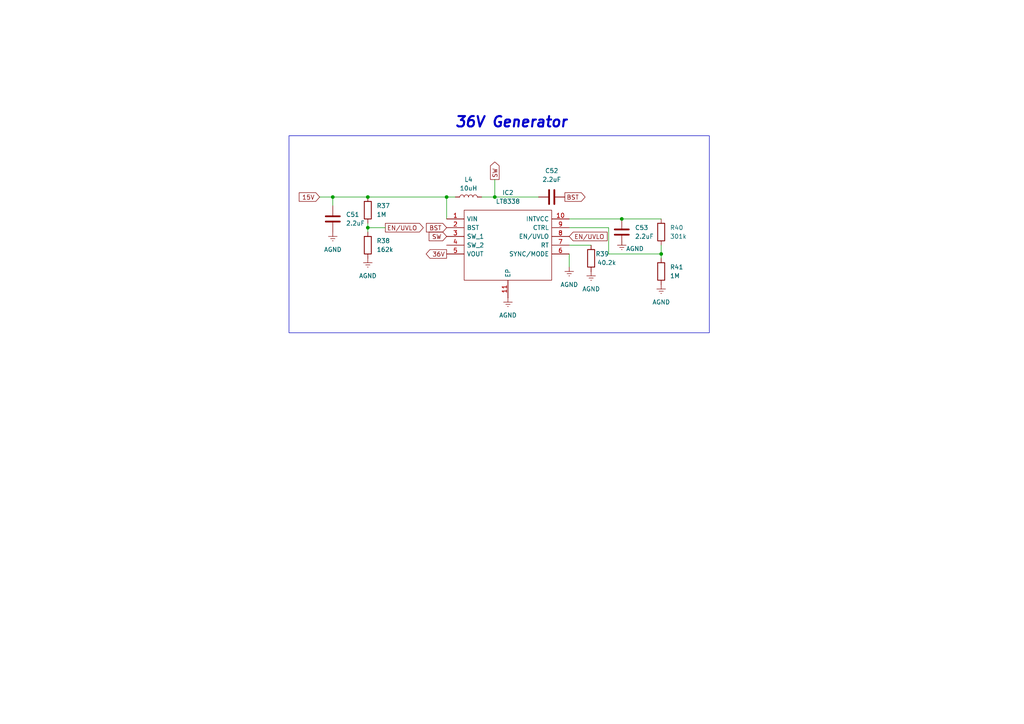
<source format=kicad_sch>
(kicad_sch
	(version 20231120)
	(generator "eeschema")
	(generator_version "8.0")
	(uuid "2b16cd04-988f-478a-8d1d-a3df4d9ab2d0")
	(paper "A4")
	(title_block
		(company "Michael Meyers")
	)
	(lib_symbols
		(symbol "Device:C"
			(pin_numbers hide)
			(pin_names
				(offset 0.254)
			)
			(exclude_from_sim no)
			(in_bom yes)
			(on_board yes)
			(property "Reference" "C"
				(at 0.635 2.54 0)
				(effects
					(font
						(size 1.27 1.27)
					)
					(justify left)
				)
			)
			(property "Value" "C"
				(at 0.635 -2.54 0)
				(effects
					(font
						(size 1.27 1.27)
					)
					(justify left)
				)
			)
			(property "Footprint" ""
				(at 0.9652 -3.81 0)
				(effects
					(font
						(size 1.27 1.27)
					)
					(hide yes)
				)
			)
			(property "Datasheet" "~"
				(at 0 0 0)
				(effects
					(font
						(size 1.27 1.27)
					)
					(hide yes)
				)
			)
			(property "Description" "Unpolarized capacitor"
				(at 0 0 0)
				(effects
					(font
						(size 1.27 1.27)
					)
					(hide yes)
				)
			)
			(property "ki_keywords" "cap capacitor"
				(at 0 0 0)
				(effects
					(font
						(size 1.27 1.27)
					)
					(hide yes)
				)
			)
			(property "ki_fp_filters" "C_*"
				(at 0 0 0)
				(effects
					(font
						(size 1.27 1.27)
					)
					(hide yes)
				)
			)
			(symbol "C_0_1"
				(polyline
					(pts
						(xy -2.032 -0.762) (xy 2.032 -0.762)
					)
					(stroke
						(width 0.508)
						(type default)
					)
					(fill
						(type none)
					)
				)
				(polyline
					(pts
						(xy -2.032 0.762) (xy 2.032 0.762)
					)
					(stroke
						(width 0.508)
						(type default)
					)
					(fill
						(type none)
					)
				)
			)
			(symbol "C_1_1"
				(pin passive line
					(at 0 3.81 270)
					(length 2.794)
					(name "~"
						(effects
							(font
								(size 1.27 1.27)
							)
						)
					)
					(number "1"
						(effects
							(font
								(size 1.27 1.27)
							)
						)
					)
				)
				(pin passive line
					(at 0 -3.81 90)
					(length 2.794)
					(name "~"
						(effects
							(font
								(size 1.27 1.27)
							)
						)
					)
					(number "2"
						(effects
							(font
								(size 1.27 1.27)
							)
						)
					)
				)
			)
		)
		(symbol "Device:L"
			(pin_numbers hide)
			(pin_names
				(offset 1.016) hide)
			(exclude_from_sim no)
			(in_bom yes)
			(on_board yes)
			(property "Reference" "L"
				(at -1.27 0 90)
				(effects
					(font
						(size 1.27 1.27)
					)
				)
			)
			(property "Value" "L"
				(at 1.905 0 90)
				(effects
					(font
						(size 1.27 1.27)
					)
				)
			)
			(property "Footprint" ""
				(at 0 0 0)
				(effects
					(font
						(size 1.27 1.27)
					)
					(hide yes)
				)
			)
			(property "Datasheet" "~"
				(at 0 0 0)
				(effects
					(font
						(size 1.27 1.27)
					)
					(hide yes)
				)
			)
			(property "Description" "Inductor"
				(at 0 0 0)
				(effects
					(font
						(size 1.27 1.27)
					)
					(hide yes)
				)
			)
			(property "ki_keywords" "inductor choke coil reactor magnetic"
				(at 0 0 0)
				(effects
					(font
						(size 1.27 1.27)
					)
					(hide yes)
				)
			)
			(property "ki_fp_filters" "Choke_* *Coil* Inductor_* L_*"
				(at 0 0 0)
				(effects
					(font
						(size 1.27 1.27)
					)
					(hide yes)
				)
			)
			(symbol "L_0_1"
				(arc
					(start 0 -2.54)
					(mid 0.6323 -1.905)
					(end 0 -1.27)
					(stroke
						(width 0)
						(type default)
					)
					(fill
						(type none)
					)
				)
				(arc
					(start 0 -1.27)
					(mid 0.6323 -0.635)
					(end 0 0)
					(stroke
						(width 0)
						(type default)
					)
					(fill
						(type none)
					)
				)
				(arc
					(start 0 0)
					(mid 0.6323 0.635)
					(end 0 1.27)
					(stroke
						(width 0)
						(type default)
					)
					(fill
						(type none)
					)
				)
				(arc
					(start 0 1.27)
					(mid 0.6323 1.905)
					(end 0 2.54)
					(stroke
						(width 0)
						(type default)
					)
					(fill
						(type none)
					)
				)
			)
			(symbol "L_1_1"
				(pin passive line
					(at 0 3.81 270)
					(length 1.27)
					(name "1"
						(effects
							(font
								(size 1.27 1.27)
							)
						)
					)
					(number "1"
						(effects
							(font
								(size 1.27 1.27)
							)
						)
					)
				)
				(pin passive line
					(at 0 -3.81 90)
					(length 1.27)
					(name "2"
						(effects
							(font
								(size 1.27 1.27)
							)
						)
					)
					(number "2"
						(effects
							(font
								(size 1.27 1.27)
							)
						)
					)
				)
			)
		)
		(symbol "Device:R"
			(pin_numbers hide)
			(pin_names
				(offset 0)
			)
			(exclude_from_sim no)
			(in_bom yes)
			(on_board yes)
			(property "Reference" "R"
				(at 2.032 0 90)
				(effects
					(font
						(size 1.27 1.27)
					)
				)
			)
			(property "Value" "R"
				(at 0 0 90)
				(effects
					(font
						(size 1.27 1.27)
					)
				)
			)
			(property "Footprint" ""
				(at -1.778 0 90)
				(effects
					(font
						(size 1.27 1.27)
					)
					(hide yes)
				)
			)
			(property "Datasheet" "~"
				(at 0 0 0)
				(effects
					(font
						(size 1.27 1.27)
					)
					(hide yes)
				)
			)
			(property "Description" "Resistor"
				(at 0 0 0)
				(effects
					(font
						(size 1.27 1.27)
					)
					(hide yes)
				)
			)
			(property "ki_keywords" "R res resistor"
				(at 0 0 0)
				(effects
					(font
						(size 1.27 1.27)
					)
					(hide yes)
				)
			)
			(property "ki_fp_filters" "R_*"
				(at 0 0 0)
				(effects
					(font
						(size 1.27 1.27)
					)
					(hide yes)
				)
			)
			(symbol "R_0_1"
				(rectangle
					(start -1.016 -2.54)
					(end 1.016 2.54)
					(stroke
						(width 0.254)
						(type default)
					)
					(fill
						(type none)
					)
				)
			)
			(symbol "R_1_1"
				(pin passive line
					(at 0 3.81 270)
					(length 1.27)
					(name "~"
						(effects
							(font
								(size 1.27 1.27)
							)
						)
					)
					(number "1"
						(effects
							(font
								(size 1.27 1.27)
							)
						)
					)
				)
				(pin passive line
					(at 0 -3.81 90)
					(length 1.27)
					(name "~"
						(effects
							(font
								(size 1.27 1.27)
							)
						)
					)
					(number "2"
						(effects
							(font
								(size 1.27 1.27)
							)
						)
					)
				)
			)
		)
		(symbol "SamacSys_Parts:lt8338"
			(pin_names
				(offset 0.762)
			)
			(exclude_from_sim no)
			(in_bom yes)
			(on_board yes)
			(property "Reference" "IC"
				(at 31.75 7.62 0)
				(effects
					(font
						(size 1.27 1.27)
					)
					(justify left)
				)
			)
			(property "Value" "lt8338"
				(at 31.75 5.08 0)
				(effects
					(font
						(size 1.27 1.27)
					)
					(justify left)
				)
			)
			(property "Footprint" "SOP50P490X110-11N"
				(at 31.75 2.54 0)
				(effects
					(font
						(size 1.27 1.27)
					)
					(justify left)
					(hide yes)
				)
			)
			(property "Datasheet" "https://www.analog.com/media/en/technical-documentation/data-sheets/lt8338.pdf"
				(at 31.75 0 0)
				(effects
					(font
						(size 1.27 1.27)
					)
					(justify left)
					(hide yes)
				)
			)
			(property "Description" "Wide Input Voltage Range: 3.0V to 40V"
				(at 0 0 0)
				(effects
					(font
						(size 1.27 1.27)
					)
					(hide yes)
				)
			)
			(property "Description_1" "Wide Input Voltage Range: 3.0V to 40V"
				(at 31.75 -2.54 0)
				(effects
					(font
						(size 1.27 1.27)
					)
					(justify left)
					(hide yes)
				)
			)
			(property "Height" "1.1"
				(at 31.75 -5.08 0)
				(effects
					(font
						(size 1.27 1.27)
					)
					(justify left)
					(hide yes)
				)
			)
			(property "Manufacturer_Name" "Analog Devices"
				(at 31.75 -7.62 0)
				(effects
					(font
						(size 1.27 1.27)
					)
					(justify left)
					(hide yes)
				)
			)
			(property "Manufacturer_Part_Number" "lt8338"
				(at 31.75 -10.16 0)
				(effects
					(font
						(size 1.27 1.27)
					)
					(justify left)
					(hide yes)
				)
			)
			(property "Mouser Part Number" "N/A"
				(at 31.75 -12.7 0)
				(effects
					(font
						(size 1.27 1.27)
					)
					(justify left)
					(hide yes)
				)
			)
			(property "Mouser Price/Stock" "https://www.mouser.co.uk/ProductDetail/Analog-Devices/LT8338?qs=Imq1NPwxi76sIOAVJWs6LA%3D%3D"
				(at 31.75 -15.24 0)
				(effects
					(font
						(size 1.27 1.27)
					)
					(justify left)
					(hide yes)
				)
			)
			(property "Arrow Part Number" ""
				(at 31.75 -17.78 0)
				(effects
					(font
						(size 1.27 1.27)
					)
					(justify left)
					(hide yes)
				)
			)
			(property "Arrow Price/Stock" ""
				(at 31.75 -20.32 0)
				(effects
					(font
						(size 1.27 1.27)
					)
					(justify left)
					(hide yes)
				)
			)
			(symbol "lt8338_0_0"
				(pin passive line
					(at 0 0 0)
					(length 5.08)
					(name "VIN"
						(effects
							(font
								(size 1.27 1.27)
							)
						)
					)
					(number "1"
						(effects
							(font
								(size 1.27 1.27)
							)
						)
					)
				)
				(pin passive line
					(at 35.56 0 180)
					(length 5.08)
					(name "INTVCC"
						(effects
							(font
								(size 1.27 1.27)
							)
						)
					)
					(number "10"
						(effects
							(font
								(size 1.27 1.27)
							)
						)
					)
				)
				(pin passive line
					(at 17.78 -22.86 90)
					(length 5.08)
					(name "EP"
						(effects
							(font
								(size 1.27 1.27)
							)
						)
					)
					(number "11"
						(effects
							(font
								(size 1.27 1.27)
							)
						)
					)
				)
				(pin passive line
					(at 0 -2.54 0)
					(length 5.08)
					(name "BST"
						(effects
							(font
								(size 1.27 1.27)
							)
						)
					)
					(number "2"
						(effects
							(font
								(size 1.27 1.27)
							)
						)
					)
				)
				(pin passive line
					(at 0 -5.08 0)
					(length 5.08)
					(name "SW_1"
						(effects
							(font
								(size 1.27 1.27)
							)
						)
					)
					(number "3"
						(effects
							(font
								(size 1.27 1.27)
							)
						)
					)
				)
				(pin passive line
					(at 0 -7.62 0)
					(length 5.08)
					(name "SW_2"
						(effects
							(font
								(size 1.27 1.27)
							)
						)
					)
					(number "4"
						(effects
							(font
								(size 1.27 1.27)
							)
						)
					)
				)
				(pin passive line
					(at 0 -10.16 0)
					(length 5.08)
					(name "VOUT"
						(effects
							(font
								(size 1.27 1.27)
							)
						)
					)
					(number "5"
						(effects
							(font
								(size 1.27 1.27)
							)
						)
					)
				)
				(pin passive line
					(at 35.56 -10.16 180)
					(length 5.08)
					(name "SYNC/MODE"
						(effects
							(font
								(size 1.27 1.27)
							)
						)
					)
					(number "6"
						(effects
							(font
								(size 1.27 1.27)
							)
						)
					)
				)
				(pin passive line
					(at 35.56 -7.62 180)
					(length 5.08)
					(name "RT"
						(effects
							(font
								(size 1.27 1.27)
							)
						)
					)
					(number "7"
						(effects
							(font
								(size 1.27 1.27)
							)
						)
					)
				)
				(pin passive line
					(at 35.56 -5.08 180)
					(length 5.08)
					(name "EN/UVLO"
						(effects
							(font
								(size 1.27 1.27)
							)
						)
					)
					(number "8"
						(effects
							(font
								(size 1.27 1.27)
							)
						)
					)
				)
				(pin passive line
					(at 35.56 -2.54 180)
					(length 5.08)
					(name "CTRL"
						(effects
							(font
								(size 1.27 1.27)
							)
						)
					)
					(number "9"
						(effects
							(font
								(size 1.27 1.27)
							)
						)
					)
				)
			)
			(symbol "lt8338_0_1"
				(polyline
					(pts
						(xy 5.08 2.54) (xy 30.48 2.54) (xy 30.48 -17.78) (xy 5.08 -17.78) (xy 5.08 2.54)
					)
					(stroke
						(width 0.1524)
						(type solid)
					)
					(fill
						(type none)
					)
				)
			)
		)
		(symbol "power:Earth"
			(power)
			(pin_numbers hide)
			(pin_names
				(offset 0) hide)
			(exclude_from_sim no)
			(in_bom yes)
			(on_board yes)
			(property "Reference" "#PWR"
				(at 0 -6.35 0)
				(effects
					(font
						(size 1.27 1.27)
					)
					(hide yes)
				)
			)
			(property "Value" "Earth"
				(at 0 -3.81 0)
				(effects
					(font
						(size 1.27 1.27)
					)
				)
			)
			(property "Footprint" ""
				(at 0 0 0)
				(effects
					(font
						(size 1.27 1.27)
					)
					(hide yes)
				)
			)
			(property "Datasheet" "~"
				(at 0 0 0)
				(effects
					(font
						(size 1.27 1.27)
					)
					(hide yes)
				)
			)
			(property "Description" "Power symbol creates a global label with name \"Earth\""
				(at 0 0 0)
				(effects
					(font
						(size 1.27 1.27)
					)
					(hide yes)
				)
			)
			(property "ki_keywords" "global ground gnd"
				(at 0 0 0)
				(effects
					(font
						(size 1.27 1.27)
					)
					(hide yes)
				)
			)
			(symbol "Earth_0_1"
				(polyline
					(pts
						(xy -0.635 -1.905) (xy 0.635 -1.905)
					)
					(stroke
						(width 0)
						(type default)
					)
					(fill
						(type none)
					)
				)
				(polyline
					(pts
						(xy -0.127 -2.54) (xy 0.127 -2.54)
					)
					(stroke
						(width 0)
						(type default)
					)
					(fill
						(type none)
					)
				)
				(polyline
					(pts
						(xy 0 -1.27) (xy 0 0)
					)
					(stroke
						(width 0)
						(type default)
					)
					(fill
						(type none)
					)
				)
				(polyline
					(pts
						(xy 1.27 -1.27) (xy -1.27 -1.27)
					)
					(stroke
						(width 0)
						(type default)
					)
					(fill
						(type none)
					)
				)
			)
			(symbol "Earth_1_1"
				(pin power_in line
					(at 0 0 270)
					(length 0)
					(name "~"
						(effects
							(font
								(size 1.27 1.27)
							)
						)
					)
					(number "1"
						(effects
							(font
								(size 1.27 1.27)
							)
						)
					)
				)
			)
		)
	)
	(junction
		(at 106.68 66.04)
		(diameter 0)
		(color 0 0 0 0)
		(uuid "16ba7351-16cb-4af5-8898-07acd0efd546")
	)
	(junction
		(at 180.34 63.5)
		(diameter 0)
		(color 0 0 0 0)
		(uuid "1e58d081-272a-4d3c-adc2-1a802b1b6faa")
	)
	(junction
		(at 143.51 57.15)
		(diameter 0)
		(color 0 0 0 0)
		(uuid "20ddcb6d-82e2-4eac-9954-87294f58a6c8")
	)
	(junction
		(at 191.77 73.66)
		(diameter 0)
		(color 0 0 0 0)
		(uuid "25b088a0-ed5e-4ee2-a193-e56196e44282")
	)
	(junction
		(at 96.52 57.15)
		(diameter 0)
		(color 0 0 0 0)
		(uuid "8f2388b9-97fb-4a3a-8d1f-f6658a508297")
	)
	(junction
		(at 129.54 57.15)
		(diameter 0)
		(color 0 0 0 0)
		(uuid "c566d882-d117-4864-8e8e-34f6b7b99786")
	)
	(junction
		(at 106.68 57.15)
		(diameter 0)
		(color 0 0 0 0)
		(uuid "f7b929ec-5de3-475a-b7b2-43df07c20cf3")
	)
	(wire
		(pts
			(xy 165.1 73.66) (xy 165.1 77.47)
		)
		(stroke
			(width 0)
			(type default)
		)
		(uuid "01336c44-472a-4a40-ae7c-a57305cfb2c3")
	)
	(wire
		(pts
			(xy 139.7 57.15) (xy 143.51 57.15)
		)
		(stroke
			(width 0)
			(type default)
		)
		(uuid "13cd4fdd-e126-4a49-a884-07307ce2493a")
	)
	(wire
		(pts
			(xy 165.1 66.04) (xy 176.53 66.04)
		)
		(stroke
			(width 0)
			(type default)
		)
		(uuid "181bb77e-da54-4c6d-9b35-e9e509c32f0a")
	)
	(wire
		(pts
			(xy 96.52 57.15) (xy 106.68 57.15)
		)
		(stroke
			(width 0)
			(type default)
		)
		(uuid "1bd4b056-4392-47cc-95fc-576a8fd91cd4")
	)
	(wire
		(pts
			(xy 180.34 63.5) (xy 191.77 63.5)
		)
		(stroke
			(width 0)
			(type default)
		)
		(uuid "264d897e-07cf-41c9-85a8-90a21c598fa8")
	)
	(wire
		(pts
			(xy 129.54 57.15) (xy 129.54 63.5)
		)
		(stroke
			(width 0)
			(type default)
		)
		(uuid "2cd502fb-521d-40b3-bb8d-f770348064ff")
	)
	(wire
		(pts
			(xy 106.68 66.04) (xy 106.68 67.31)
		)
		(stroke
			(width 0)
			(type default)
		)
		(uuid "30a2863c-f87d-468e-a886-9dcf7839efe9")
	)
	(wire
		(pts
			(xy 191.77 73.66) (xy 191.77 74.93)
		)
		(stroke
			(width 0)
			(type default)
		)
		(uuid "344820a4-25b8-4e47-bd73-4cc8736ea2b2")
	)
	(wire
		(pts
			(xy 106.68 66.04) (xy 111.76 66.04)
		)
		(stroke
			(width 0)
			(type default)
		)
		(uuid "66d3a610-2c63-4b0e-934d-9f4ab4ca23cc")
	)
	(wire
		(pts
			(xy 129.54 57.15) (xy 132.08 57.15)
		)
		(stroke
			(width 0)
			(type default)
		)
		(uuid "6a634fff-b09e-4321-bec9-57d940df8dcb")
	)
	(wire
		(pts
			(xy 165.1 63.5) (xy 180.34 63.5)
		)
		(stroke
			(width 0)
			(type default)
		)
		(uuid "72191fa2-68c3-4554-8f9f-66cd700043a9")
	)
	(wire
		(pts
			(xy 180.34 69.85) (xy 180.34 71.12)
		)
		(stroke
			(width 0)
			(type default)
		)
		(uuid "7d48b2f6-0f51-40b6-a2d9-233a94527558")
	)
	(wire
		(pts
			(xy 165.1 71.12) (xy 171.45 71.12)
		)
		(stroke
			(width 0)
			(type default)
		)
		(uuid "7d5d0fec-e3bc-4e86-9285-ef9eb49bf319")
	)
	(wire
		(pts
			(xy 143.51 52.07) (xy 143.51 57.15)
		)
		(stroke
			(width 0)
			(type default)
		)
		(uuid "80cac8bb-747c-45bd-bab4-b0dfc18315fd")
	)
	(wire
		(pts
			(xy 96.52 57.15) (xy 96.52 59.69)
		)
		(stroke
			(width 0)
			(type default)
		)
		(uuid "9b6730e1-754a-4410-8d78-a573756b03e3")
	)
	(wire
		(pts
			(xy 191.77 71.12) (xy 191.77 73.66)
		)
		(stroke
			(width 0)
			(type default)
		)
		(uuid "a4d064e6-0d29-4c81-9959-06098c43dcdd")
	)
	(wire
		(pts
			(xy 106.68 57.15) (xy 129.54 57.15)
		)
		(stroke
			(width 0)
			(type default)
		)
		(uuid "ac68dc4c-5087-48f6-9ef1-0ef05990aa21")
	)
	(wire
		(pts
			(xy 176.53 73.66) (xy 191.77 73.66)
		)
		(stroke
			(width 0)
			(type default)
		)
		(uuid "b0212a8b-8954-4e39-9361-4bbc82c2486c")
	)
	(wire
		(pts
			(xy 106.68 64.77) (xy 106.68 66.04)
		)
		(stroke
			(width 0)
			(type default)
		)
		(uuid "b3d42d3d-75e5-49a2-a083-4fed84ec10eb")
	)
	(wire
		(pts
			(xy 176.53 66.04) (xy 176.53 73.66)
		)
		(stroke
			(width 0)
			(type default)
		)
		(uuid "b7b8619a-e080-487c-aef0-22a819494a68")
	)
	(wire
		(pts
			(xy 92.71 57.15) (xy 96.52 57.15)
		)
		(stroke
			(width 0)
			(type default)
		)
		(uuid "d952269c-d655-4b7b-bcd5-9364278069ac")
	)
	(wire
		(pts
			(xy 143.51 57.15) (xy 156.21 57.15)
		)
		(stroke
			(width 0)
			(type default)
		)
		(uuid "f7ac992c-a18d-4b57-8b65-0e3bc3abefc0")
	)
	(rectangle
		(start 83.82 39.37)
		(end 205.74 96.52)
		(stroke
			(width 0)
			(type default)
		)
		(fill
			(type none)
		)
		(uuid ad00ccf8-00a2-4068-89b0-70f93891d087)
	)
	(text "36V Generator"
		(exclude_from_sim no)
		(at 148.336 35.56 0)
		(effects
			(font
				(size 3 3)
				(thickness 0.6)
				(bold yes)
				(italic yes)
			)
		)
		(uuid "7f0305ee-f431-4160-aba5-3ffbf40ca7cf")
	)
	(global_label "36V"
		(shape output)
		(at 129.54 73.66 180)
		(fields_autoplaced yes)
		(effects
			(font
				(size 1.27 1.27)
			)
			(justify right)
		)
		(uuid "07163eef-3b10-4398-ad84-c1288e228bbe")
		(property "Intersheetrefs" "${INTERSHEET_REFS}"
			(at 123.0472 73.66 0)
			(effects
				(font
					(size 1.27 1.27)
				)
				(justify right)
				(hide yes)
			)
		)
	)
	(global_label "BST"
		(shape output)
		(at 163.83 57.15 0)
		(fields_autoplaced yes)
		(effects
			(font
				(size 1.27 1.27)
			)
			(justify left)
		)
		(uuid "1c36d0a3-e9ca-4838-8a33-af82ca3816fe")
		(property "Intersheetrefs" "${INTERSHEET_REFS}"
			(at 170.2623 57.15 0)
			(effects
				(font
					(size 1.27 1.27)
				)
				(justify left)
				(hide yes)
			)
		)
	)
	(global_label "EN{slash}UVLO"
		(shape input)
		(at 165.1 68.58 0)
		(fields_autoplaced yes)
		(effects
			(font
				(size 1.27 1.27)
			)
			(justify left)
		)
		(uuid "3149d7cf-9ad3-4274-8db1-cc7372cf83ab")
		(property "Intersheetrefs" "${INTERSHEET_REFS}"
			(at 176.6729 68.58 0)
			(effects
				(font
					(size 1.27 1.27)
				)
				(justify left)
				(hide yes)
			)
		)
	)
	(global_label "SW"
		(shape output)
		(at 143.51 52.07 90)
		(fields_autoplaced yes)
		(effects
			(font
				(size 1.27 1.27)
			)
			(justify left)
		)
		(uuid "321c7f2c-3a97-44bd-8179-dcac783e17cf")
		(property "Intersheetrefs" "${INTERSHEET_REFS}"
			(at 143.51 46.4239 90)
			(effects
				(font
					(size 1.27 1.27)
				)
				(justify left)
				(hide yes)
			)
		)
	)
	(global_label "EN{slash}UVLO"
		(shape output)
		(at 111.76 66.04 0)
		(fields_autoplaced yes)
		(effects
			(font
				(size 1.27 1.27)
			)
			(justify left)
		)
		(uuid "46051fec-63db-4519-b1d9-f51fd78204e2")
		(property "Intersheetrefs" "${INTERSHEET_REFS}"
			(at 123.3329 66.04 0)
			(effects
				(font
					(size 1.27 1.27)
				)
				(justify left)
				(hide yes)
			)
		)
	)
	(global_label "BST"
		(shape input)
		(at 129.54 66.04 180)
		(fields_autoplaced yes)
		(effects
			(font
				(size 1.27 1.27)
			)
			(justify right)
		)
		(uuid "99bfc85e-a577-4599-9d0a-0e7d9357f9c1")
		(property "Intersheetrefs" "${INTERSHEET_REFS}"
			(at 123.1077 66.04 0)
			(effects
				(font
					(size 1.27 1.27)
				)
				(justify right)
				(hide yes)
			)
		)
	)
	(global_label "SW"
		(shape input)
		(at 129.54 68.58 180)
		(fields_autoplaced yes)
		(effects
			(font
				(size 1.27 1.27)
			)
			(justify right)
		)
		(uuid "bfc8363a-844b-4c23-bca3-34d43cfbc849")
		(property "Intersheetrefs" "${INTERSHEET_REFS}"
			(at 123.8939 68.58 0)
			(effects
				(font
					(size 1.27 1.27)
				)
				(justify right)
				(hide yes)
			)
		)
	)
	(global_label "15V"
		(shape input)
		(at 92.71 57.15 180)
		(fields_autoplaced yes)
		(effects
			(font
				(size 1.27 1.27)
			)
			(justify right)
		)
		(uuid "fa44b068-c2de-4a65-be7c-c4233d8c4c91")
		(property "Intersheetrefs" "${INTERSHEET_REFS}"
			(at 86.2172 57.15 0)
			(effects
				(font
					(size 1.27 1.27)
				)
				(justify right)
				(hide yes)
			)
		)
	)
	(symbol
		(lib_id "Device:C")
		(at 160.02 57.15 90)
		(unit 1)
		(exclude_from_sim no)
		(in_bom yes)
		(on_board yes)
		(dnp no)
		(fields_autoplaced yes)
		(uuid "073598f8-62e4-4411-bb3a-af967b1f3f1f")
		(property "Reference" "C52"
			(at 160.02 49.53 90)
			(effects
				(font
					(size 1.27 1.27)
				)
			)
		)
		(property "Value" "2.2uF"
			(at 160.02 52.07 90)
			(effects
				(font
					(size 1.27 1.27)
				)
			)
		)
		(property "Footprint" "Capacitor_SMD:C_0402_1005Metric"
			(at 163.83 56.1848 0)
			(effects
				(font
					(size 1.27 1.27)
				)
				(hide yes)
			)
		)
		(property "Datasheet" "~"
			(at 160.02 57.15 0)
			(effects
				(font
					(size 1.27 1.27)
				)
				(hide yes)
			)
		)
		(property "Description" "Unpolarized capacitor"
			(at 160.02 57.15 0)
			(effects
				(font
					(size 1.27 1.27)
				)
				(hide yes)
			)
		)
		(pin "1"
			(uuid "9d6a70e5-aaa5-4c13-b649-20dcb192b9fa")
		)
		(pin "2"
			(uuid "0f770795-ebd6-4e39-b015-c88d29e2f88c")
		)
		(instances
			(project "Power_Supplies"
				(path "/5266cf9e-da90-4c53-80fd-cf3dbed42632/873b4819-32e6-40de-93d6-23cb6a01b934"
					(reference "C52")
					(unit 1)
				)
			)
		)
	)
	(symbol
		(lib_id "power:Earth")
		(at 106.68 74.93 0)
		(unit 1)
		(exclude_from_sim no)
		(in_bom yes)
		(on_board yes)
		(dnp no)
		(fields_autoplaced yes)
		(uuid "0d2ea1a1-effe-44dc-aa42-6799334c0eab")
		(property "Reference" "#PWR053"
			(at 106.68 81.28 0)
			(effects
				(font
					(size 1.27 1.27)
				)
				(hide yes)
			)
		)
		(property "Value" "AGND"
			(at 106.68 80.01 0)
			(effects
				(font
					(size 1.27 1.27)
				)
			)
		)
		(property "Footprint" ""
			(at 106.68 74.93 0)
			(effects
				(font
					(size 1.27 1.27)
				)
				(hide yes)
			)
		)
		(property "Datasheet" "~"
			(at 106.68 74.93 0)
			(effects
				(font
					(size 1.27 1.27)
				)
				(hide yes)
			)
		)
		(property "Description" "Power symbol creates a global label with name \"Earth\""
			(at 106.68 74.93 0)
			(effects
				(font
					(size 1.27 1.27)
				)
				(hide yes)
			)
		)
		(pin "1"
			(uuid "0ff4461e-1baa-40e1-85f4-103b37bb312c")
		)
		(instances
			(project "Power_Supplies"
				(path "/5266cf9e-da90-4c53-80fd-cf3dbed42632/873b4819-32e6-40de-93d6-23cb6a01b934"
					(reference "#PWR053")
					(unit 1)
				)
			)
		)
	)
	(symbol
		(lib_id "power:Earth")
		(at 171.45 78.74 0)
		(unit 1)
		(exclude_from_sim no)
		(in_bom yes)
		(on_board yes)
		(dnp no)
		(fields_autoplaced yes)
		(uuid "1cf8554e-8544-4fc9-96fa-e3882e3d157d")
		(property "Reference" "#PWR056"
			(at 171.45 85.09 0)
			(effects
				(font
					(size 1.27 1.27)
				)
				(hide yes)
			)
		)
		(property "Value" "AGND"
			(at 171.45 83.82 0)
			(effects
				(font
					(size 1.27 1.27)
				)
			)
		)
		(property "Footprint" ""
			(at 171.45 78.74 0)
			(effects
				(font
					(size 1.27 1.27)
				)
				(hide yes)
			)
		)
		(property "Datasheet" "~"
			(at 171.45 78.74 0)
			(effects
				(font
					(size 1.27 1.27)
				)
				(hide yes)
			)
		)
		(property "Description" "Power symbol creates a global label with name \"Earth\""
			(at 171.45 78.74 0)
			(effects
				(font
					(size 1.27 1.27)
				)
				(hide yes)
			)
		)
		(pin "1"
			(uuid "589bdf08-e207-4e34-a584-b1bcbfbe559e")
		)
		(instances
			(project "Power_Supplies"
				(path "/5266cf9e-da90-4c53-80fd-cf3dbed42632/873b4819-32e6-40de-93d6-23cb6a01b934"
					(reference "#PWR056")
					(unit 1)
				)
			)
		)
	)
	(symbol
		(lib_id "power:Earth")
		(at 180.34 69.85 0)
		(unit 1)
		(exclude_from_sim no)
		(in_bom yes)
		(on_board yes)
		(dnp no)
		(uuid "38debb91-1a28-4764-8d09-727da7a255a6")
		(property "Reference" "#PWR057"
			(at 180.34 76.2 0)
			(effects
				(font
					(size 1.27 1.27)
				)
				(hide yes)
			)
		)
		(property "Value" "AGND"
			(at 184.15 72.136 0)
			(effects
				(font
					(size 1.27 1.27)
				)
			)
		)
		(property "Footprint" ""
			(at 180.34 69.85 0)
			(effects
				(font
					(size 1.27 1.27)
				)
				(hide yes)
			)
		)
		(property "Datasheet" "~"
			(at 180.34 69.85 0)
			(effects
				(font
					(size 1.27 1.27)
				)
				(hide yes)
			)
		)
		(property "Description" "Power symbol creates a global label with name \"Earth\""
			(at 180.34 69.85 0)
			(effects
				(font
					(size 1.27 1.27)
				)
				(hide yes)
			)
		)
		(pin "1"
			(uuid "d062ff3d-7069-4c8c-afa8-d35121d78e3e")
		)
		(instances
			(project "Power_Supplies"
				(path "/5266cf9e-da90-4c53-80fd-cf3dbed42632/873b4819-32e6-40de-93d6-23cb6a01b934"
					(reference "#PWR057")
					(unit 1)
				)
			)
		)
	)
	(symbol
		(lib_id "Device:R")
		(at 106.68 60.96 0)
		(unit 1)
		(exclude_from_sim no)
		(in_bom yes)
		(on_board yes)
		(dnp no)
		(fields_autoplaced yes)
		(uuid "5a353b95-64a8-47d0-93d4-1fe9b75fcd0e")
		(property "Reference" "R37"
			(at 109.22 59.6899 0)
			(effects
				(font
					(size 1.27 1.27)
				)
				(justify left)
			)
		)
		(property "Value" "1M"
			(at 109.22 62.2299 0)
			(effects
				(font
					(size 1.27 1.27)
				)
				(justify left)
			)
		)
		(property "Footprint" "Resistor_SMD:R_0805_2012Metric"
			(at 104.902 60.96 90)
			(effects
				(font
					(size 1.27 1.27)
				)
				(hide yes)
			)
		)
		(property "Datasheet" "~"
			(at 106.68 60.96 0)
			(effects
				(font
					(size 1.27 1.27)
				)
				(hide yes)
			)
		)
		(property "Description" "Resistor"
			(at 106.68 60.96 0)
			(effects
				(font
					(size 1.27 1.27)
				)
				(hide yes)
			)
		)
		(pin "2"
			(uuid "494ca42f-f5e1-4f3e-be22-3de7f9cce388")
		)
		(pin "1"
			(uuid "da57385c-1394-4f98-8d35-999619242e80")
		)
		(instances
			(project "Power_Supplies"
				(path "/5266cf9e-da90-4c53-80fd-cf3dbed42632/873b4819-32e6-40de-93d6-23cb6a01b934"
					(reference "R37")
					(unit 1)
				)
			)
		)
	)
	(symbol
		(lib_id "Device:C")
		(at 180.34 67.31 0)
		(unit 1)
		(exclude_from_sim no)
		(in_bom yes)
		(on_board yes)
		(dnp no)
		(fields_autoplaced yes)
		(uuid "5d454132-59f4-4e7a-a8df-e1007edab0cd")
		(property "Reference" "C53"
			(at 184.15 66.0399 0)
			(effects
				(font
					(size 1.27 1.27)
				)
				(justify left)
			)
		)
		(property "Value" "2.2uF"
			(at 184.15 68.5799 0)
			(effects
				(font
					(size 1.27 1.27)
				)
				(justify left)
			)
		)
		(property "Footprint" "Capacitor_SMD:C_0402_1005Metric"
			(at 181.3052 71.12 0)
			(effects
				(font
					(size 1.27 1.27)
				)
				(hide yes)
			)
		)
		(property "Datasheet" "~"
			(at 180.34 67.31 0)
			(effects
				(font
					(size 1.27 1.27)
				)
				(hide yes)
			)
		)
		(property "Description" "Unpolarized capacitor"
			(at 180.34 67.31 0)
			(effects
				(font
					(size 1.27 1.27)
				)
				(hide yes)
			)
		)
		(pin "1"
			(uuid "cd3036e6-0c0a-4b3f-929c-88e87d5e434f")
		)
		(pin "2"
			(uuid "688b7037-563b-41b7-b96b-a583f58a1f2a")
		)
		(instances
			(project "Power_Supplies"
				(path "/5266cf9e-da90-4c53-80fd-cf3dbed42632/873b4819-32e6-40de-93d6-23cb6a01b934"
					(reference "C53")
					(unit 1)
				)
			)
		)
	)
	(symbol
		(lib_id "power:Earth")
		(at 165.1 77.47 0)
		(unit 1)
		(exclude_from_sim no)
		(in_bom yes)
		(on_board yes)
		(dnp no)
		(fields_autoplaced yes)
		(uuid "73e11165-3a3d-49f2-8e9c-8eaae7f4846b")
		(property "Reference" "#PWR055"
			(at 165.1 83.82 0)
			(effects
				(font
					(size 1.27 1.27)
				)
				(hide yes)
			)
		)
		(property "Value" "AGND"
			(at 165.1 82.55 0)
			(effects
				(font
					(size 1.27 1.27)
				)
			)
		)
		(property "Footprint" ""
			(at 165.1 77.47 0)
			(effects
				(font
					(size 1.27 1.27)
				)
				(hide yes)
			)
		)
		(property "Datasheet" "~"
			(at 165.1 77.47 0)
			(effects
				(font
					(size 1.27 1.27)
				)
				(hide yes)
			)
		)
		(property "Description" "Power symbol creates a global label with name \"Earth\""
			(at 165.1 77.47 0)
			(effects
				(font
					(size 1.27 1.27)
				)
				(hide yes)
			)
		)
		(pin "1"
			(uuid "deeed87f-b75c-42d2-b0d2-4c86907b9525")
		)
		(instances
			(project "Power_Supplies"
				(path "/5266cf9e-da90-4c53-80fd-cf3dbed42632/873b4819-32e6-40de-93d6-23cb6a01b934"
					(reference "#PWR055")
					(unit 1)
				)
			)
		)
	)
	(symbol
		(lib_id "power:Earth")
		(at 147.32 86.36 0)
		(unit 1)
		(exclude_from_sim no)
		(in_bom yes)
		(on_board yes)
		(dnp no)
		(fields_autoplaced yes)
		(uuid "757d39fe-eb1f-4e28-aebc-cf3022306257")
		(property "Reference" "#PWR054"
			(at 147.32 92.71 0)
			(effects
				(font
					(size 1.27 1.27)
				)
				(hide yes)
			)
		)
		(property "Value" "AGND"
			(at 147.32 91.44 0)
			(effects
				(font
					(size 1.27 1.27)
				)
			)
		)
		(property "Footprint" ""
			(at 147.32 86.36 0)
			(effects
				(font
					(size 1.27 1.27)
				)
				(hide yes)
			)
		)
		(property "Datasheet" "~"
			(at 147.32 86.36 0)
			(effects
				(font
					(size 1.27 1.27)
				)
				(hide yes)
			)
		)
		(property "Description" "Power symbol creates a global label with name \"Earth\""
			(at 147.32 86.36 0)
			(effects
				(font
					(size 1.27 1.27)
				)
				(hide yes)
			)
		)
		(pin "1"
			(uuid "9d7ba070-963f-4a9a-9d68-dc5f55f48cf7")
		)
		(instances
			(project "Power_Supplies"
				(path "/5266cf9e-da90-4c53-80fd-cf3dbed42632/873b4819-32e6-40de-93d6-23cb6a01b934"
					(reference "#PWR054")
					(unit 1)
				)
			)
		)
	)
	(symbol
		(lib_id "Device:C")
		(at 96.52 63.5 0)
		(unit 1)
		(exclude_from_sim no)
		(in_bom yes)
		(on_board yes)
		(dnp no)
		(fields_autoplaced yes)
		(uuid "879cd316-54f2-4c50-ac79-70f6b77abe9f")
		(property "Reference" "C51"
			(at 100.33 62.2299 0)
			(effects
				(font
					(size 1.27 1.27)
				)
				(justify left)
			)
		)
		(property "Value" "2.2uF"
			(at 100.33 64.7699 0)
			(effects
				(font
					(size 1.27 1.27)
				)
				(justify left)
			)
		)
		(property "Footprint" "Capacitor_SMD:C_0402_1005Metric"
			(at 97.4852 67.31 0)
			(effects
				(font
					(size 1.27 1.27)
				)
				(hide yes)
			)
		)
		(property "Datasheet" "~"
			(at 96.52 63.5 0)
			(effects
				(font
					(size 1.27 1.27)
				)
				(hide yes)
			)
		)
		(property "Description" "Unpolarized capacitor"
			(at 96.52 63.5 0)
			(effects
				(font
					(size 1.27 1.27)
				)
				(hide yes)
			)
		)
		(pin "1"
			(uuid "813d2937-d11f-4ffe-9064-0c36be81501c")
		)
		(pin "2"
			(uuid "bdb91ac2-0945-4014-a2d4-647f8b71d68d")
		)
		(instances
			(project "Power_Supplies"
				(path "/5266cf9e-da90-4c53-80fd-cf3dbed42632/873b4819-32e6-40de-93d6-23cb6a01b934"
					(reference "C51")
					(unit 1)
				)
			)
		)
	)
	(symbol
		(lib_id "SamacSys_Parts:lt8338")
		(at 129.54 63.5 0)
		(unit 1)
		(exclude_from_sim no)
		(in_bom yes)
		(on_board yes)
		(dnp no)
		(fields_autoplaced yes)
		(uuid "90248dca-00a4-469c-941b-2ff961172d82")
		(property "Reference" "IC2"
			(at 147.32 55.88 0)
			(effects
				(font
					(size 1.27 1.27)
				)
			)
		)
		(property "Value" "LT8338"
			(at 147.32 58.42 0)
			(effects
				(font
					(size 1.27 1.27)
				)
			)
		)
		(property "Footprint" "SamacSys_Parts:SOP65P490X110-9N"
			(at 161.29 60.96 0)
			(effects
				(font
					(size 1.27 1.27)
				)
				(justify left)
				(hide yes)
			)
		)
		(property "Datasheet" "https://www.analog.com/media/en/technical-documentation/data-sheets/lt8338.pdf"
			(at 161.29 63.5 0)
			(effects
				(font
					(size 1.27 1.27)
				)
				(justify left)
				(hide yes)
			)
		)
		(property "Description" "Wide Input Voltage Range: 3.0V to 40V"
			(at 129.54 63.5 0)
			(effects
				(font
					(size 1.27 1.27)
				)
				(hide yes)
			)
		)
		(property "Description_1" "Wide Input Voltage Range: 3.0V to 40V"
			(at 161.29 66.04 0)
			(effects
				(font
					(size 1.27 1.27)
				)
				(justify left)
				(hide yes)
			)
		)
		(property "Height" "1.1"
			(at 161.29 68.58 0)
			(effects
				(font
					(size 1.27 1.27)
				)
				(justify left)
				(hide yes)
			)
		)
		(property "Manufacturer_Name" "Analog Devices"
			(at 161.29 71.12 0)
			(effects
				(font
					(size 1.27 1.27)
				)
				(justify left)
				(hide yes)
			)
		)
		(property "Manufacturer_Part_Number" "lt8338"
			(at 161.29 73.66 0)
			(effects
				(font
					(size 1.27 1.27)
				)
				(justify left)
				(hide yes)
			)
		)
		(property "Mouser Part Number" "N/A"
			(at 161.29 76.2 0)
			(effects
				(font
					(size 1.27 1.27)
				)
				(justify left)
				(hide yes)
			)
		)
		(property "Mouser Price/Stock" "https://www.mouser.co.uk/ProductDetail/Analog-Devices/LT8338?qs=Imq1NPwxi76sIOAVJWs6LA%3D%3D"
			(at 161.29 78.74 0)
			(effects
				(font
					(size 1.27 1.27)
				)
				(justify left)
				(hide yes)
			)
		)
		(property "Arrow Part Number" ""
			(at 161.29 81.28 0)
			(effects
				(font
					(size 1.27 1.27)
				)
				(justify left)
				(hide yes)
			)
		)
		(property "Arrow Price/Stock" ""
			(at 161.29 83.82 0)
			(effects
				(font
					(size 1.27 1.27)
				)
				(justify left)
				(hide yes)
			)
		)
		(pin "2"
			(uuid "e2b389de-fc4a-494c-849a-423571aa2241")
		)
		(pin "5"
			(uuid "699bf97f-0b63-4bf9-93cd-47825363aabd")
		)
		(pin "7"
			(uuid "01edfbe1-f8bb-42e6-9a72-c55bbbe89fd2")
		)
		(pin "9"
			(uuid "d0bda72d-547f-4899-9eb6-9752f5167891")
		)
		(pin "10"
			(uuid "3907580c-a639-4e79-9851-6fa580f82d29")
		)
		(pin "1"
			(uuid "bfd9b05d-4ad2-4004-bab7-42f1132704fc")
		)
		(pin "11"
			(uuid "e9278787-abe6-49f5-8697-d20d5fa1e87a")
		)
		(pin "6"
			(uuid "506c2b30-f9cc-419f-9d8d-2da8f217ae3a")
		)
		(pin "3"
			(uuid "64111354-e96a-432b-bceb-021a37542095")
		)
		(pin "4"
			(uuid "2ad8084e-9e76-46d6-b22c-419cd332908c")
		)
		(pin "8"
			(uuid "caf7d0d6-3229-42d6-8c21-30e24ea5f18f")
		)
		(instances
			(project ""
				(path "/5266cf9e-da90-4c53-80fd-cf3dbed42632/873b4819-32e6-40de-93d6-23cb6a01b934"
					(reference "IC2")
					(unit 1)
				)
			)
		)
	)
	(symbol
		(lib_id "Device:R")
		(at 171.45 74.93 0)
		(unit 1)
		(exclude_from_sim no)
		(in_bom yes)
		(on_board yes)
		(dnp no)
		(uuid "b3d436eb-df1f-45fc-86c4-c261f5e24071")
		(property "Reference" "R39"
			(at 172.72 73.66 0)
			(effects
				(font
					(size 1.27 1.27)
				)
				(justify left)
			)
		)
		(property "Value" "40.2k"
			(at 173.228 76.2 0)
			(effects
				(font
					(size 1.27 1.27)
				)
				(justify left)
			)
		)
		(property "Footprint" "Resistor_SMD:R_0805_2012Metric"
			(at 169.672 74.93 90)
			(effects
				(font
					(size 1.27 1.27)
				)
				(hide yes)
			)
		)
		(property "Datasheet" "~"
			(at 171.45 74.93 0)
			(effects
				(font
					(size 1.27 1.27)
				)
				(hide yes)
			)
		)
		(property "Description" "Resistor"
			(at 171.45 74.93 0)
			(effects
				(font
					(size 1.27 1.27)
				)
				(hide yes)
			)
		)
		(pin "2"
			(uuid "ea540780-4542-4eb3-a425-f968c35e8aea")
		)
		(pin "1"
			(uuid "36d2d0f1-2ddc-4e00-bed2-3877b687208c")
		)
		(instances
			(project "Power_Supplies"
				(path "/5266cf9e-da90-4c53-80fd-cf3dbed42632/873b4819-32e6-40de-93d6-23cb6a01b934"
					(reference "R39")
					(unit 1)
				)
			)
		)
	)
	(symbol
		(lib_id "Device:R")
		(at 191.77 67.31 0)
		(unit 1)
		(exclude_from_sim no)
		(in_bom yes)
		(on_board yes)
		(dnp no)
		(fields_autoplaced yes)
		(uuid "b957d1bf-539f-432d-861e-270be779f2c7")
		(property "Reference" "R40"
			(at 194.31 66.0399 0)
			(effects
				(font
					(size 1.27 1.27)
				)
				(justify left)
			)
		)
		(property "Value" "301k"
			(at 194.31 68.5799 0)
			(effects
				(font
					(size 1.27 1.27)
				)
				(justify left)
			)
		)
		(property "Footprint" "Resistor_SMD:R_0805_2012Metric"
			(at 189.992 67.31 90)
			(effects
				(font
					(size 1.27 1.27)
				)
				(hide yes)
			)
		)
		(property "Datasheet" "~"
			(at 191.77 67.31 0)
			(effects
				(font
					(size 1.27 1.27)
				)
				(hide yes)
			)
		)
		(property "Description" "Resistor"
			(at 191.77 67.31 0)
			(effects
				(font
					(size 1.27 1.27)
				)
				(hide yes)
			)
		)
		(pin "2"
			(uuid "e3cca159-fabe-4e18-ad15-9225783085e2")
		)
		(pin "1"
			(uuid "64ce9edc-2b10-40ca-b481-3ec68216642b")
		)
		(instances
			(project "Power_Supplies"
				(path "/5266cf9e-da90-4c53-80fd-cf3dbed42632/873b4819-32e6-40de-93d6-23cb6a01b934"
					(reference "R40")
					(unit 1)
				)
			)
		)
	)
	(symbol
		(lib_id "Device:R")
		(at 106.68 71.12 0)
		(unit 1)
		(exclude_from_sim no)
		(in_bom yes)
		(on_board yes)
		(dnp no)
		(fields_autoplaced yes)
		(uuid "c5dc5835-bebe-4101-8c69-6bfcc33394cb")
		(property "Reference" "R38"
			(at 109.22 69.8499 0)
			(effects
				(font
					(size 1.27 1.27)
				)
				(justify left)
			)
		)
		(property "Value" "162k"
			(at 109.22 72.3899 0)
			(effects
				(font
					(size 1.27 1.27)
				)
				(justify left)
			)
		)
		(property "Footprint" "Resistor_SMD:R_0805_2012Metric"
			(at 104.902 71.12 90)
			(effects
				(font
					(size 1.27 1.27)
				)
				(hide yes)
			)
		)
		(property "Datasheet" "~"
			(at 106.68 71.12 0)
			(effects
				(font
					(size 1.27 1.27)
				)
				(hide yes)
			)
		)
		(property "Description" "Resistor"
			(at 106.68 71.12 0)
			(effects
				(font
					(size 1.27 1.27)
				)
				(hide yes)
			)
		)
		(pin "2"
			(uuid "283ea364-b590-437e-8fb7-1dab1e7793c6")
		)
		(pin "1"
			(uuid "6965c6d7-fd25-4912-a9ed-c105576048ce")
		)
		(instances
			(project "Power_Supplies"
				(path "/5266cf9e-da90-4c53-80fd-cf3dbed42632/873b4819-32e6-40de-93d6-23cb6a01b934"
					(reference "R38")
					(unit 1)
				)
			)
		)
	)
	(symbol
		(lib_id "power:Earth")
		(at 191.77 82.55 0)
		(unit 1)
		(exclude_from_sim no)
		(in_bom yes)
		(on_board yes)
		(dnp no)
		(fields_autoplaced yes)
		(uuid "cb768482-2465-4fc7-a998-eb0c52946d56")
		(property "Reference" "#PWR058"
			(at 191.77 88.9 0)
			(effects
				(font
					(size 1.27 1.27)
				)
				(hide yes)
			)
		)
		(property "Value" "AGND"
			(at 191.77 87.63 0)
			(effects
				(font
					(size 1.27 1.27)
				)
			)
		)
		(property "Footprint" ""
			(at 191.77 82.55 0)
			(effects
				(font
					(size 1.27 1.27)
				)
				(hide yes)
			)
		)
		(property "Datasheet" "~"
			(at 191.77 82.55 0)
			(effects
				(font
					(size 1.27 1.27)
				)
				(hide yes)
			)
		)
		(property "Description" "Power symbol creates a global label with name \"Earth\""
			(at 191.77 82.55 0)
			(effects
				(font
					(size 1.27 1.27)
				)
				(hide yes)
			)
		)
		(pin "1"
			(uuid "5b5467b4-8e7f-410a-9371-216f8dddabd2")
		)
		(instances
			(project "Power_Supplies"
				(path "/5266cf9e-da90-4c53-80fd-cf3dbed42632/873b4819-32e6-40de-93d6-23cb6a01b934"
					(reference "#PWR058")
					(unit 1)
				)
			)
		)
	)
	(symbol
		(lib_id "Device:R")
		(at 191.77 78.74 0)
		(unit 1)
		(exclude_from_sim no)
		(in_bom yes)
		(on_board yes)
		(dnp no)
		(fields_autoplaced yes)
		(uuid "ce89bdad-93a0-484e-ab44-f3b60a006652")
		(property "Reference" "R41"
			(at 194.31 77.4699 0)
			(effects
				(font
					(size 1.27 1.27)
				)
				(justify left)
			)
		)
		(property "Value" "1M"
			(at 194.31 80.0099 0)
			(effects
				(font
					(size 1.27 1.27)
				)
				(justify left)
			)
		)
		(property "Footprint" "Resistor_SMD:R_0805_2012Metric"
			(at 189.992 78.74 90)
			(effects
				(font
					(size 1.27 1.27)
				)
				(hide yes)
			)
		)
		(property "Datasheet" "~"
			(at 191.77 78.74 0)
			(effects
				(font
					(size 1.27 1.27)
				)
				(hide yes)
			)
		)
		(property "Description" "Resistor"
			(at 191.77 78.74 0)
			(effects
				(font
					(size 1.27 1.27)
				)
				(hide yes)
			)
		)
		(pin "2"
			(uuid "84e6cab6-7142-4f9d-97c1-3613c90753dd")
		)
		(pin "1"
			(uuid "db1d2cec-ca1b-4446-9228-2e34840636b2")
		)
		(instances
			(project "Power_Supplies"
				(path "/5266cf9e-da90-4c53-80fd-cf3dbed42632/873b4819-32e6-40de-93d6-23cb6a01b934"
					(reference "R41")
					(unit 1)
				)
			)
		)
	)
	(symbol
		(lib_id "Device:L")
		(at 135.89 57.15 90)
		(unit 1)
		(exclude_from_sim no)
		(in_bom yes)
		(on_board yes)
		(dnp no)
		(fields_autoplaced yes)
		(uuid "eb0722bc-9324-4fb0-ba91-8efdb0a17b4e")
		(property "Reference" "L4"
			(at 135.89 52.07 90)
			(effects
				(font
					(size 1.27 1.27)
				)
			)
		)
		(property "Value" "10uH"
			(at 135.89 54.61 90)
			(effects
				(font
					(size 1.27 1.27)
				)
			)
		)
		(property "Footprint" "Inductor_SMD:L_0805_2012Metric"
			(at 135.89 57.15 0)
			(effects
				(font
					(size 1.27 1.27)
				)
				(hide yes)
			)
		)
		(property "Datasheet" "~"
			(at 135.89 57.15 0)
			(effects
				(font
					(size 1.27 1.27)
				)
				(hide yes)
			)
		)
		(property "Description" "Inductor"
			(at 135.89 57.15 0)
			(effects
				(font
					(size 1.27 1.27)
				)
				(hide yes)
			)
		)
		(pin "2"
			(uuid "6e0d08ff-b01c-4d4f-851f-9fefdf312d36")
		)
		(pin "1"
			(uuid "22dfa111-e7ed-4c8d-ba7e-d77118f3f762")
		)
		(instances
			(project "Power_Supplies"
				(path "/5266cf9e-da90-4c53-80fd-cf3dbed42632/873b4819-32e6-40de-93d6-23cb6a01b934"
					(reference "L4")
					(unit 1)
				)
			)
		)
	)
	(symbol
		(lib_id "power:Earth")
		(at 96.52 67.31 0)
		(unit 1)
		(exclude_from_sim no)
		(in_bom yes)
		(on_board yes)
		(dnp no)
		(fields_autoplaced yes)
		(uuid "f1ba27e8-769a-4d6a-a081-b74c14b8a07b")
		(property "Reference" "#PWR052"
			(at 96.52 73.66 0)
			(effects
				(font
					(size 1.27 1.27)
				)
				(hide yes)
			)
		)
		(property "Value" "AGND"
			(at 96.52 72.39 0)
			(effects
				(font
					(size 1.27 1.27)
				)
			)
		)
		(property "Footprint" ""
			(at 96.52 67.31 0)
			(effects
				(font
					(size 1.27 1.27)
				)
				(hide yes)
			)
		)
		(property "Datasheet" "~"
			(at 96.52 67.31 0)
			(effects
				(font
					(size 1.27 1.27)
				)
				(hide yes)
			)
		)
		(property "Description" "Power symbol creates a global label with name \"Earth\""
			(at 96.52 67.31 0)
			(effects
				(font
					(size 1.27 1.27)
				)
				(hide yes)
			)
		)
		(pin "1"
			(uuid "0f34001a-f40f-476b-8a5b-97da6d33f9fd")
		)
		(instances
			(project "Power_Supplies"
				(path "/5266cf9e-da90-4c53-80fd-cf3dbed42632/873b4819-32e6-40de-93d6-23cb6a01b934"
					(reference "#PWR052")
					(unit 1)
				)
			)
		)
	)
)

</source>
